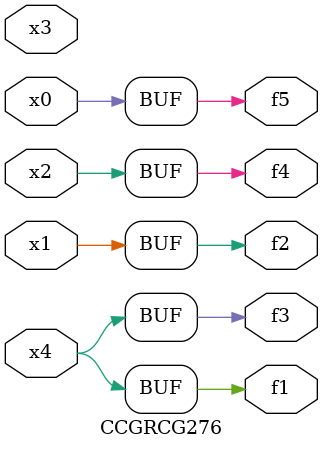
<source format=v>
module CCGRCG276(
	input x0, x1, x2, x3, x4,
	output f1, f2, f3, f4, f5
);
	assign f1 = x4;
	assign f2 = x1;
	assign f3 = x4;
	assign f4 = x2;
	assign f5 = x0;
endmodule

</source>
